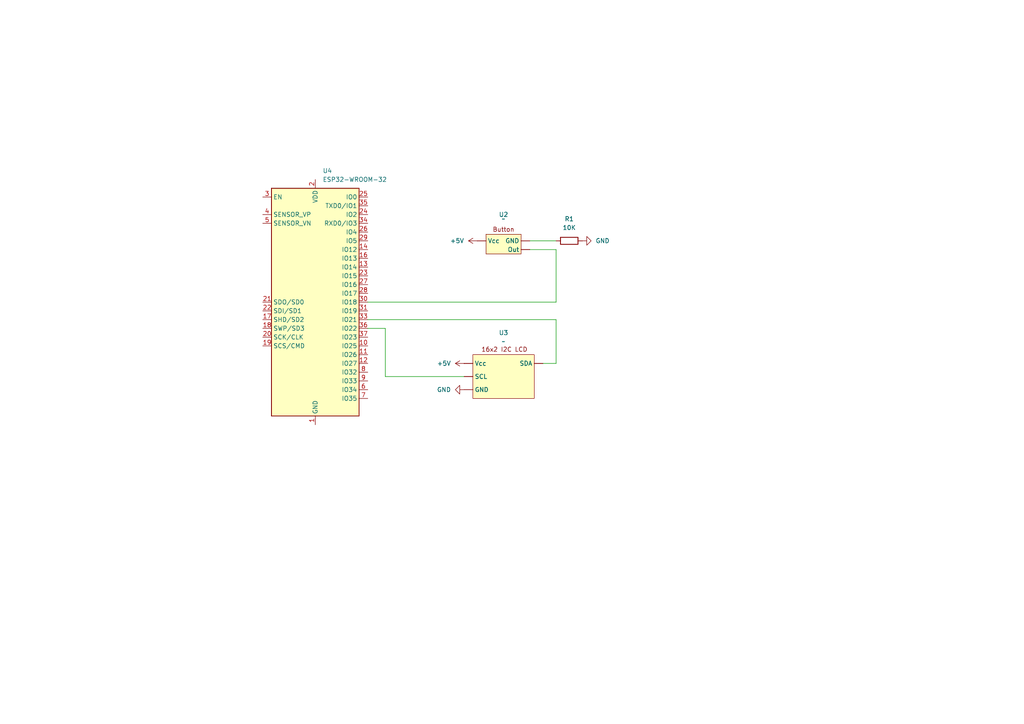
<source format=kicad_sch>
(kicad_sch (version 20250114) (generator "eeschema") (generator_version "9.0")
  (paper "A4")
  (lib_symbols
    (symbol "Device:R" (pin_numbers (hide yes)) (pin_names (offset 0))
      (property "Reference" "R" (at 2.032 0 90))
      (property "Value" "R" (at 0 0 90))
      (symbol "R_0_1"
        (rectangle (start -1.016 -2.54) (end 1.016 2.54) (stroke (width 0.254)))
      )
      (symbol "R_1_1"
        (pin passive line (at 0 3.81 270) (length 1.27) (name "~") (number "1"))
        (pin passive line (at 0 -3.81 90) (length 1.27) (name "~") (number "2"))
      )
    )
    (symbol "RF_Module:ESP32-WROOM-32"
      (property "Reference" "U" (at -12.7 34.29 0))
      (property "Value" "ESP32-WROOM-32" (at 1.27 34.29 0))
      (symbol "ESP32-WROOM-32_0_1"
        (rectangle (start -12.7 33.02) (end 12.7 -33.02) (stroke (width 0.254)) (fill (type background)))
      )
      (symbol "ESP32-WROOM-32_1_1"
        (pin input line (at -15.24 30.48 0) (length 2.54) (name "EN") (number "3"))
        (pin input line (at -15.24 25.4 0) (length 2.54) (name "SENSOR_VP") (number "4"))
        (pin input line (at -15.24 22.86 0) (length 2.54) (name "SENSOR_VN") (number "5"))
        (pin bidirectional line (at -15.24 0 0) (length 2.54) (name "SDO/SD0") (number "21"))
        (pin bidirectional line (at -15.24 -2.54 0) (length 2.54) (name "SDI/SD1") (number "22"))
        (pin bidirectional line (at -15.24 -5.08 0) (length 2.54) (name "SHD/SD2") (number "17"))
        (pin bidirectional line (at -15.24 -7.62 0) (length 2.54) (name "SWP/SD3") (number "18"))
        (pin bidirectional line (at -15.24 -10.16 0) (length 2.54) (name "SCK/CLK") (number "20"))
        (pin bidirectional line (at -15.24 -12.7 0) (length 2.54) (name "SCS/CMD") (number "19"))
        (pin no_connect line (at -12.7 -27.94 0) (length 2.54) (hide yes) (name "NC") (number "32"))
        (pin power_in line (at 0 35.56 270) (length 2.54) (name "VDD") (number "2"))
        (pin power_in line (at 0 -35.56 90) (length 2.54) (name "GND") (number "1"))
        (pin passive line (at 0 -35.56 90) (length 2.54) (hide yes) (name "GND") (number "15"))
        (pin passive line (at 0 -35.56 90) (length 2.54) (hide yes) (name "GND") (number "38"))
        (pin passive line (at 0 -35.56 90) (length 2.54) (hide yes) (name "GND") (number "39"))
        (pin bidirectional line (at 15.24 30.48 180) (length 2.54) (name "IO0") (number "25"))
        (pin bidirectional line (at 15.24 27.94 180) (length 2.54) (name "TXD0/IO1") (number "35"))
        (pin bidirectional line (at 15.24 25.4 180) (length 2.54) (name "IO2") (number "24"))
        (pin bidirectional line (at 15.24 22.86 180) (length 2.54) (name "RXD0/IO3") (number "34"))
        (pin bidirectional line (at 15.24 20.32 180) (length 2.54) (name "IO4") (number "26"))
        (pin bidirectional line (at 15.24 17.78 180) (length 2.54) (name "IO5") (number "29"))
        (pin bidirectional line (at 15.24 15.24 180) (length 2.54) (name "IO12") (number "14"))
        (pin bidirectional line (at 15.24 12.7 180) (length 2.54) (name "IO13") (number "16"))
        (pin bidirectional line (at 15.24 10.16 180) (length 2.54) (name "IO14") (number "13"))
        (pin bidirectional line (at 15.24 7.62 180) (length 2.54) (name "IO15") (number "23"))
        (pin bidirectional line (at 15.24 5.08 180) (length 2.54) (name "IO16") (number "27"))
        (pin bidirectional line (at 15.24 2.54 180) (length 2.54) (name "IO17") (number "28"))
        (pin bidirectional line (at 15.24 0 180) (length 2.54) (name "IO18") (number "30"))
        (pin bidirectional line (at 15.24 -2.54 180) (length 2.54) (name "IO19") (number "31"))
        (pin bidirectional line (at 15.24 -5.08 180) (length 2.54) (name "IO21") (number "33"))
        (pin bidirectional line (at 15.24 -7.62 180) (length 2.54) (name "IO22") (number "36"))
        (pin bidirectional line (at 15.24 -10.16 180) (length 2.54) (name "IO23") (number "37"))
        (pin bidirectional line (at 15.24 -12.7 180) (length 2.54) (name "IO25") (number "10"))
        (pin bidirectional line (at 15.24 -15.24 180) (length 2.54) (name "IO26") (number "11"))
        (pin bidirectional line (at 15.24 -17.78 180) (length 2.54) (name "IO27") (number "12"))
        (pin bidirectional line (at 15.24 -20.32 180) (length 2.54) (name "IO32") (number "8"))
        (pin bidirectional line (at 15.24 -22.86 180) (length 2.54) (name "IO33") (number "9"))
        (pin input line (at 15.24 -25.4 180) (length 2.54) (name "IO34") (number "6"))
        (pin input line (at 15.24 -27.94 180) (length 2.54) (name "IO35") (number "7"))
      )
    )
    (symbol "button:Button"
      (property "Reference" "U" (at 0 -1.016 0))
      (symbol "Button_1_1"
        (rectangle (start -5.08 -4.445) (end 5.08 -10.16) (fill (type background)))
        (text "Button" (at 0 -3.048 0) (effects (font (size 1.27 1.27))))
        (pin input line (at -7.62 -6.35 0) (length 2.54) (name "Vcc") (number ""))
        (pin output line (at 7.62 -6.35 180) (length 2.54) (name "GND") (number ""))
        (pin output line (at 7.62 -8.89 180) (length 2.54) (name "Out") (number ""))
      )
    )
    (symbol "lcd162:LCD_162_I2C"
      (property "Reference" "U" (at 0 0 0))
      (symbol "LCD_162_I2C_1_1"
        (rectangle (start -8.89 -3.81) (end 8.89 -16.51) (fill (type background)))
        (text "16x2 I2C LCD" (at 0.254 -2.286 0) (effects (font (size 1.27 1.27))))
        (pin input line (at -11.43 -6.35 0) (length 2.54) (name "Vcc") (number ""))
        (pin input line (at -11.43 -10.16 0) (length 2.54) (name "SCL") (number ""))
        (pin input line (at -11.43 -13.97 0) (length 2.54) (name "GND") (number ""))
        (pin output line (at 11.43 -6.35 180) (length 2.54) (name "SDA") (number ""))
      )
    )
    (symbol "power:+5V" (power) (pin_numbers (hide yes)) (pin_names (offset 0) (hide yes))
      (property "Value" "+5V" (at 0 3.556 0))
      (symbol "+5V_0_1"
        (polyline (pts (xy -0.762 1.27) (xy 0 2.54)))
        (polyline (pts (xy 0 2.54) (xy 0.762 1.27)))
        (polyline (pts (xy 0 0) (xy 0 2.54)))
      )
      (symbol "+5V_1_1"
        (pin power_in line (at 0 0 90) (length 0) (name "~") (number "1"))
      )
    )
    (symbol "power:GND" (power) (pin_numbers (hide yes)) (pin_names (offset 0) (hide yes))
      (property "Value" "GND" (at 0 -3.81 0))
      (symbol "GND_0_1"
        (polyline (pts (xy 0 0) (xy 0 -1.27) (xy 1.27 -1.27) (xy 0 -2.54) (xy -1.27 -1.27) (xy 0 -1.27)))
      )
      (symbol "GND_1_1"
        (pin power_in line (at 0 0 270) (length 0) (name "~") (number "1"))
      )
    )
  )
  (wire (pts (xy 161.29 105.41) (xy 161.29 92.71)))
  (wire (pts (xy 134.62 109.22) (xy 111.76 109.22)))
  (wire (pts (xy 111.76 109.22) (xy 111.76 95.25)))
  (wire (pts (xy 157.48 105.41) (xy 161.29 105.41)))
  (wire (pts (xy 153.67 72.39) (xy 161.29 72.39)))
  (wire (pts (xy 161.29 92.71) (xy 106.68 92.71)))
  (wire (pts (xy 161.29 72.39) (xy 161.29 87.63)))
  (wire (pts (xy 153.67 69.85) (xy 161.29 69.85)))
  (wire (pts (xy 111.76 95.25) (xy 106.68 95.25)))
  (wire (pts (xy 161.29 87.63) (xy 106.68 87.63)))
  (symbol (lib_id "lcd162:LCD_162_I2C") (at 146.05 99.06 0) (unit 1)
    (property "Reference" "U3" (at 146.05 96.52 0))
    (property "Value" "~" (at 146.05 99.06 0))
  )
  (symbol (lib_id "power:+5V") (at 138.43 69.85 90) (unit 1)
    (property "Reference" "#PWR02" (effects (hide yes)))
    (property "Value" "+5V" (at 134.62 69.8499 90) (effects (justify left)))
    (property "Description" "Power symbol creates a global label with name \"+5V\"" (effects (hide yes)))
  )
  (symbol (lib_id "power:+5V") (at 134.62 105.41 90) (unit 1)
    (property "Reference" "#PWR03" (effects (hide yes)))
    (property "Value" "+5V" (at 130.81 105.4099 90) (effects (justify left)))
    (property "Description" "Power symbol creates a global label with name \"+5V\"" (effects (hide yes)))
  )
  (symbol (lib_id "power:GND") (at 134.62 113.03 270) (unit 1)
    (property "Reference" "#PWR04" (effects (hide yes)))
    (property "Value" "GND" (at 130.81 113.0299 90) (effects (justify right)))
    (property "Description" "Power symbol creates a global label with name \"GND\" , ground" (effects (hide yes)))
  )
  (symbol (lib_id "button:Button") (at 146.05 63.5 0) (unit 1)
    (property "Reference" "U2" (at 146.05 62.23 0))
    (property "Value" "~" (at 146.05 63.5 0))
  )
  (symbol (lib_id "Device:R") (at 165.1 69.85 90) (unit 1)
    (property "Reference" "R1" (at 165.1 63.5 90))
    (property "Value" "10K" (at 165.1 66.04 90))
    (property "Description" "Resistor" (effects (hide yes)))
  )
  (symbol (lib_id "RF_Module:ESP32-WROOM-32") (at 91.44 87.63 0) (unit 1)
    (property "Reference" "U4" (at 93.5833 49.53 0) (effects (justify left)))
    (property "Value" "ESP32-WROOM-32" (at 93.5833 52.07 0) (effects (justify left)))
    (property "Footprint" "RF_Module:ESP32-WROOM-32" (effects (hide yes)))
    (property "Datasheet" "https://www.espressif.com/sites/default/files/documentation/esp32-wroom-32_datasheet_en.pdf" (effects (hide yes)))
    (property "Description" "RF Module, ESP32-D0WDQ6 SoC, Wi-Fi 802.11b/g/n, Bluetooth, BLE, 32-bit, 2.7-3.6V, onboard antenna, SMD" (effects (hide yes)))
  )
  (symbol (lib_id "power:GND") (at 168.91 69.85 90) (unit 1)
    (property "Reference" "#PWR01" (effects (hide yes)))
    (property "Value" "GND" (at 172.72 69.8499 90) (effects (justify right)))
    (property "Description" "Power symbol creates a global label with name \"GND\" , ground" (effects (hide yes)))
  )
)
</source>
